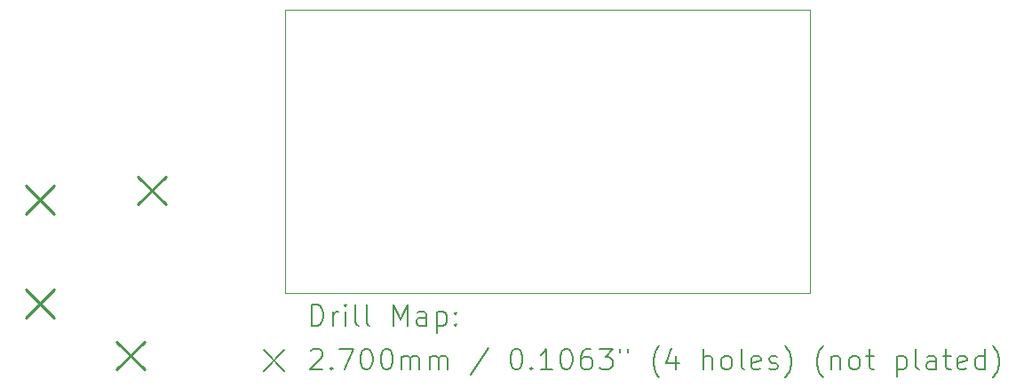
<source format=gbr>
%FSLAX45Y45*%
G04 Gerber Fmt 4.5, Leading zero omitted, Abs format (unit mm)*
%MOMM*%
%LPD*%
G01*
G04 APERTURE LIST*
%TA.AperFunction,Profile*%
%ADD10C,0.100000*%
%TD*%
%ADD11C,0.200000*%
%ADD12C,0.270000*%
G04 APERTURE END LIST*
D10*
X7900000Y-5500000D02*
X12900000Y-5500000D01*
X12900000Y-5500000D02*
X12900000Y-8200000D01*
X12900000Y-8200000D02*
X7900000Y-8200000D01*
X7900000Y-8200000D02*
X7900000Y-5500000D01*
D11*
D12*
X5427600Y-7180200D02*
X5697600Y-7450200D01*
X5697600Y-7180200D02*
X5427600Y-7450200D01*
X5427600Y-8170800D02*
X5697600Y-8440800D01*
X5697600Y-8170800D02*
X5427600Y-8440800D01*
X6291200Y-8666100D02*
X6561200Y-8936100D01*
X6561200Y-8666100D02*
X6291200Y-8936100D01*
X6494400Y-7091300D02*
X6764400Y-7361300D01*
X6764400Y-7091300D02*
X6494400Y-7361300D01*
D11*
X8152619Y-8515476D02*
X8152619Y-8315476D01*
X8200238Y-8315476D01*
X8228809Y-8325000D01*
X8247857Y-8344048D01*
X8257381Y-8363095D01*
X8266905Y-8401190D01*
X8266905Y-8429762D01*
X8257381Y-8467857D01*
X8247857Y-8486905D01*
X8228809Y-8505952D01*
X8200238Y-8515476D01*
X8152619Y-8515476D01*
X8352619Y-8515476D02*
X8352619Y-8382143D01*
X8352619Y-8420238D02*
X8362143Y-8401190D01*
X8371667Y-8391667D01*
X8390714Y-8382143D01*
X8409762Y-8382143D01*
X8476429Y-8515476D02*
X8476429Y-8382143D01*
X8476429Y-8315476D02*
X8466905Y-8325000D01*
X8476429Y-8334524D01*
X8485952Y-8325000D01*
X8476429Y-8315476D01*
X8476429Y-8334524D01*
X8600238Y-8515476D02*
X8581190Y-8505952D01*
X8571667Y-8486905D01*
X8571667Y-8315476D01*
X8705000Y-8515476D02*
X8685952Y-8505952D01*
X8676429Y-8486905D01*
X8676429Y-8315476D01*
X8933571Y-8515476D02*
X8933571Y-8315476D01*
X9000238Y-8458333D01*
X9066905Y-8315476D01*
X9066905Y-8515476D01*
X9247857Y-8515476D02*
X9247857Y-8410714D01*
X9238333Y-8391667D01*
X9219286Y-8382143D01*
X9181190Y-8382143D01*
X9162143Y-8391667D01*
X9247857Y-8505952D02*
X9228810Y-8515476D01*
X9181190Y-8515476D01*
X9162143Y-8505952D01*
X9152619Y-8486905D01*
X9152619Y-8467857D01*
X9162143Y-8448810D01*
X9181190Y-8439286D01*
X9228810Y-8439286D01*
X9247857Y-8429762D01*
X9343095Y-8382143D02*
X9343095Y-8582143D01*
X9343095Y-8391667D02*
X9362143Y-8382143D01*
X9400238Y-8382143D01*
X9419286Y-8391667D01*
X9428810Y-8401190D01*
X9438333Y-8420238D01*
X9438333Y-8477381D01*
X9428810Y-8496429D01*
X9419286Y-8505952D01*
X9400238Y-8515476D01*
X9362143Y-8515476D01*
X9343095Y-8505952D01*
X9524048Y-8496429D02*
X9533571Y-8505952D01*
X9524048Y-8515476D01*
X9514524Y-8505952D01*
X9524048Y-8496429D01*
X9524048Y-8515476D01*
X9524048Y-8391667D02*
X9533571Y-8401190D01*
X9524048Y-8410714D01*
X9514524Y-8401190D01*
X9524048Y-8391667D01*
X9524048Y-8410714D01*
X7695000Y-8745000D02*
X7895000Y-8945000D01*
X7895000Y-8745000D02*
X7695000Y-8945000D01*
X8143095Y-8754524D02*
X8152619Y-8745000D01*
X8171667Y-8735476D01*
X8219286Y-8735476D01*
X8238333Y-8745000D01*
X8247857Y-8754524D01*
X8257381Y-8773571D01*
X8257381Y-8792619D01*
X8247857Y-8821190D01*
X8133571Y-8935476D01*
X8257381Y-8935476D01*
X8343095Y-8916429D02*
X8352619Y-8925952D01*
X8343095Y-8935476D01*
X8333571Y-8925952D01*
X8343095Y-8916429D01*
X8343095Y-8935476D01*
X8419286Y-8735476D02*
X8552619Y-8735476D01*
X8466905Y-8935476D01*
X8666905Y-8735476D02*
X8685952Y-8735476D01*
X8705000Y-8745000D01*
X8714524Y-8754524D01*
X8724048Y-8773571D01*
X8733571Y-8811667D01*
X8733571Y-8859286D01*
X8724048Y-8897381D01*
X8714524Y-8916429D01*
X8705000Y-8925952D01*
X8685952Y-8935476D01*
X8666905Y-8935476D01*
X8647857Y-8925952D01*
X8638333Y-8916429D01*
X8628810Y-8897381D01*
X8619286Y-8859286D01*
X8619286Y-8811667D01*
X8628810Y-8773571D01*
X8638333Y-8754524D01*
X8647857Y-8745000D01*
X8666905Y-8735476D01*
X8857381Y-8735476D02*
X8876429Y-8735476D01*
X8895476Y-8745000D01*
X8905000Y-8754524D01*
X8914524Y-8773571D01*
X8924048Y-8811667D01*
X8924048Y-8859286D01*
X8914524Y-8897381D01*
X8905000Y-8916429D01*
X8895476Y-8925952D01*
X8876429Y-8935476D01*
X8857381Y-8935476D01*
X8838333Y-8925952D01*
X8828810Y-8916429D01*
X8819286Y-8897381D01*
X8809762Y-8859286D01*
X8809762Y-8811667D01*
X8819286Y-8773571D01*
X8828810Y-8754524D01*
X8838333Y-8745000D01*
X8857381Y-8735476D01*
X9009762Y-8935476D02*
X9009762Y-8802143D01*
X9009762Y-8821190D02*
X9019286Y-8811667D01*
X9038333Y-8802143D01*
X9066905Y-8802143D01*
X9085952Y-8811667D01*
X9095476Y-8830714D01*
X9095476Y-8935476D01*
X9095476Y-8830714D02*
X9105000Y-8811667D01*
X9124048Y-8802143D01*
X9152619Y-8802143D01*
X9171667Y-8811667D01*
X9181190Y-8830714D01*
X9181190Y-8935476D01*
X9276429Y-8935476D02*
X9276429Y-8802143D01*
X9276429Y-8821190D02*
X9285952Y-8811667D01*
X9305000Y-8802143D01*
X9333571Y-8802143D01*
X9352619Y-8811667D01*
X9362143Y-8830714D01*
X9362143Y-8935476D01*
X9362143Y-8830714D02*
X9371667Y-8811667D01*
X9390714Y-8802143D01*
X9419286Y-8802143D01*
X9438333Y-8811667D01*
X9447857Y-8830714D01*
X9447857Y-8935476D01*
X9838333Y-8725952D02*
X9666905Y-8983095D01*
X10095476Y-8735476D02*
X10114524Y-8735476D01*
X10133571Y-8745000D01*
X10143095Y-8754524D01*
X10152619Y-8773571D01*
X10162143Y-8811667D01*
X10162143Y-8859286D01*
X10152619Y-8897381D01*
X10143095Y-8916429D01*
X10133571Y-8925952D01*
X10114524Y-8935476D01*
X10095476Y-8935476D01*
X10076429Y-8925952D01*
X10066905Y-8916429D01*
X10057381Y-8897381D01*
X10047857Y-8859286D01*
X10047857Y-8811667D01*
X10057381Y-8773571D01*
X10066905Y-8754524D01*
X10076429Y-8745000D01*
X10095476Y-8735476D01*
X10247857Y-8916429D02*
X10257381Y-8925952D01*
X10247857Y-8935476D01*
X10238333Y-8925952D01*
X10247857Y-8916429D01*
X10247857Y-8935476D01*
X10447857Y-8935476D02*
X10333571Y-8935476D01*
X10390714Y-8935476D02*
X10390714Y-8735476D01*
X10371667Y-8764048D01*
X10352619Y-8783095D01*
X10333571Y-8792619D01*
X10571667Y-8735476D02*
X10590714Y-8735476D01*
X10609762Y-8745000D01*
X10619286Y-8754524D01*
X10628810Y-8773571D01*
X10638333Y-8811667D01*
X10638333Y-8859286D01*
X10628810Y-8897381D01*
X10619286Y-8916429D01*
X10609762Y-8925952D01*
X10590714Y-8935476D01*
X10571667Y-8935476D01*
X10552619Y-8925952D01*
X10543095Y-8916429D01*
X10533571Y-8897381D01*
X10524048Y-8859286D01*
X10524048Y-8811667D01*
X10533571Y-8773571D01*
X10543095Y-8754524D01*
X10552619Y-8745000D01*
X10571667Y-8735476D01*
X10809762Y-8735476D02*
X10771667Y-8735476D01*
X10752619Y-8745000D01*
X10743095Y-8754524D01*
X10724048Y-8783095D01*
X10714524Y-8821190D01*
X10714524Y-8897381D01*
X10724048Y-8916429D01*
X10733571Y-8925952D01*
X10752619Y-8935476D01*
X10790714Y-8935476D01*
X10809762Y-8925952D01*
X10819286Y-8916429D01*
X10828810Y-8897381D01*
X10828810Y-8849762D01*
X10819286Y-8830714D01*
X10809762Y-8821190D01*
X10790714Y-8811667D01*
X10752619Y-8811667D01*
X10733571Y-8821190D01*
X10724048Y-8830714D01*
X10714524Y-8849762D01*
X10895476Y-8735476D02*
X11019286Y-8735476D01*
X10952619Y-8811667D01*
X10981190Y-8811667D01*
X11000238Y-8821190D01*
X11009762Y-8830714D01*
X11019286Y-8849762D01*
X11019286Y-8897381D01*
X11009762Y-8916429D01*
X11000238Y-8925952D01*
X10981190Y-8935476D01*
X10924048Y-8935476D01*
X10905000Y-8925952D01*
X10895476Y-8916429D01*
X11095476Y-8735476D02*
X11095476Y-8773571D01*
X11171667Y-8735476D02*
X11171667Y-8773571D01*
X11466905Y-9011667D02*
X11457381Y-9002143D01*
X11438333Y-8973571D01*
X11428809Y-8954524D01*
X11419286Y-8925952D01*
X11409762Y-8878333D01*
X11409762Y-8840238D01*
X11419286Y-8792619D01*
X11428809Y-8764048D01*
X11438333Y-8745000D01*
X11457381Y-8716429D01*
X11466905Y-8706905D01*
X11628809Y-8802143D02*
X11628809Y-8935476D01*
X11581190Y-8725952D02*
X11533571Y-8868810D01*
X11657381Y-8868810D01*
X11885952Y-8935476D02*
X11885952Y-8735476D01*
X11971667Y-8935476D02*
X11971667Y-8830714D01*
X11962143Y-8811667D01*
X11943095Y-8802143D01*
X11914524Y-8802143D01*
X11895476Y-8811667D01*
X11885952Y-8821190D01*
X12095476Y-8935476D02*
X12076428Y-8925952D01*
X12066905Y-8916429D01*
X12057381Y-8897381D01*
X12057381Y-8840238D01*
X12066905Y-8821190D01*
X12076428Y-8811667D01*
X12095476Y-8802143D01*
X12124048Y-8802143D01*
X12143095Y-8811667D01*
X12152619Y-8821190D01*
X12162143Y-8840238D01*
X12162143Y-8897381D01*
X12152619Y-8916429D01*
X12143095Y-8925952D01*
X12124048Y-8935476D01*
X12095476Y-8935476D01*
X12276428Y-8935476D02*
X12257381Y-8925952D01*
X12247857Y-8906905D01*
X12247857Y-8735476D01*
X12428809Y-8925952D02*
X12409762Y-8935476D01*
X12371667Y-8935476D01*
X12352619Y-8925952D01*
X12343095Y-8906905D01*
X12343095Y-8830714D01*
X12352619Y-8811667D01*
X12371667Y-8802143D01*
X12409762Y-8802143D01*
X12428809Y-8811667D01*
X12438333Y-8830714D01*
X12438333Y-8849762D01*
X12343095Y-8868810D01*
X12514524Y-8925952D02*
X12533571Y-8935476D01*
X12571667Y-8935476D01*
X12590714Y-8925952D01*
X12600238Y-8906905D01*
X12600238Y-8897381D01*
X12590714Y-8878333D01*
X12571667Y-8868810D01*
X12543095Y-8868810D01*
X12524048Y-8859286D01*
X12514524Y-8840238D01*
X12514524Y-8830714D01*
X12524048Y-8811667D01*
X12543095Y-8802143D01*
X12571667Y-8802143D01*
X12590714Y-8811667D01*
X12666905Y-9011667D02*
X12676428Y-9002143D01*
X12695476Y-8973571D01*
X12705000Y-8954524D01*
X12714524Y-8925952D01*
X12724048Y-8878333D01*
X12724048Y-8840238D01*
X12714524Y-8792619D01*
X12705000Y-8764048D01*
X12695476Y-8745000D01*
X12676428Y-8716429D01*
X12666905Y-8706905D01*
X13028809Y-9011667D02*
X13019286Y-9002143D01*
X13000238Y-8973571D01*
X12990714Y-8954524D01*
X12981190Y-8925952D01*
X12971667Y-8878333D01*
X12971667Y-8840238D01*
X12981190Y-8792619D01*
X12990714Y-8764048D01*
X13000238Y-8745000D01*
X13019286Y-8716429D01*
X13028809Y-8706905D01*
X13105000Y-8802143D02*
X13105000Y-8935476D01*
X13105000Y-8821190D02*
X13114524Y-8811667D01*
X13133571Y-8802143D01*
X13162143Y-8802143D01*
X13181190Y-8811667D01*
X13190714Y-8830714D01*
X13190714Y-8935476D01*
X13314524Y-8935476D02*
X13295476Y-8925952D01*
X13285952Y-8916429D01*
X13276428Y-8897381D01*
X13276428Y-8840238D01*
X13285952Y-8821190D01*
X13295476Y-8811667D01*
X13314524Y-8802143D01*
X13343095Y-8802143D01*
X13362143Y-8811667D01*
X13371667Y-8821190D01*
X13381190Y-8840238D01*
X13381190Y-8897381D01*
X13371667Y-8916429D01*
X13362143Y-8925952D01*
X13343095Y-8935476D01*
X13314524Y-8935476D01*
X13438333Y-8802143D02*
X13514524Y-8802143D01*
X13466905Y-8735476D02*
X13466905Y-8906905D01*
X13476428Y-8925952D01*
X13495476Y-8935476D01*
X13514524Y-8935476D01*
X13733571Y-8802143D02*
X13733571Y-9002143D01*
X13733571Y-8811667D02*
X13752619Y-8802143D01*
X13790714Y-8802143D01*
X13809762Y-8811667D01*
X13819286Y-8821190D01*
X13828809Y-8840238D01*
X13828809Y-8897381D01*
X13819286Y-8916429D01*
X13809762Y-8925952D01*
X13790714Y-8935476D01*
X13752619Y-8935476D01*
X13733571Y-8925952D01*
X13943095Y-8935476D02*
X13924048Y-8925952D01*
X13914524Y-8906905D01*
X13914524Y-8735476D01*
X14105000Y-8935476D02*
X14105000Y-8830714D01*
X14095476Y-8811667D01*
X14076428Y-8802143D01*
X14038333Y-8802143D01*
X14019286Y-8811667D01*
X14105000Y-8925952D02*
X14085952Y-8935476D01*
X14038333Y-8935476D01*
X14019286Y-8925952D01*
X14009762Y-8906905D01*
X14009762Y-8887857D01*
X14019286Y-8868810D01*
X14038333Y-8859286D01*
X14085952Y-8859286D01*
X14105000Y-8849762D01*
X14171667Y-8802143D02*
X14247857Y-8802143D01*
X14200238Y-8735476D02*
X14200238Y-8906905D01*
X14209762Y-8925952D01*
X14228809Y-8935476D01*
X14247857Y-8935476D01*
X14390714Y-8925952D02*
X14371667Y-8935476D01*
X14333571Y-8935476D01*
X14314524Y-8925952D01*
X14305000Y-8906905D01*
X14305000Y-8830714D01*
X14314524Y-8811667D01*
X14333571Y-8802143D01*
X14371667Y-8802143D01*
X14390714Y-8811667D01*
X14400238Y-8830714D01*
X14400238Y-8849762D01*
X14305000Y-8868810D01*
X14571667Y-8935476D02*
X14571667Y-8735476D01*
X14571667Y-8925952D02*
X14552619Y-8935476D01*
X14514524Y-8935476D01*
X14495476Y-8925952D01*
X14485952Y-8916429D01*
X14476428Y-8897381D01*
X14476428Y-8840238D01*
X14485952Y-8821190D01*
X14495476Y-8811667D01*
X14514524Y-8802143D01*
X14552619Y-8802143D01*
X14571667Y-8811667D01*
X14647857Y-9011667D02*
X14657381Y-9002143D01*
X14676428Y-8973571D01*
X14685952Y-8954524D01*
X14695476Y-8925952D01*
X14705000Y-8878333D01*
X14705000Y-8840238D01*
X14695476Y-8792619D01*
X14685952Y-8764048D01*
X14676428Y-8745000D01*
X14657381Y-8716429D01*
X14647857Y-8706905D01*
M02*

</source>
